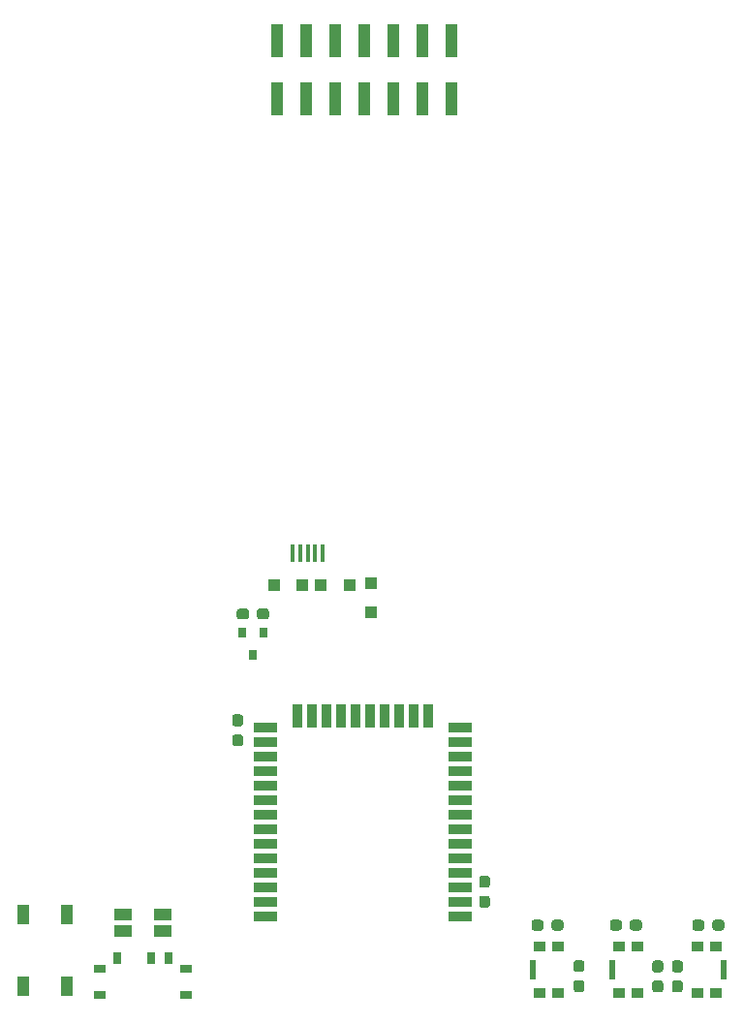
<source format=gbr>
%TF.GenerationSoftware,KiCad,Pcbnew,(5.1.6)-1*%
%TF.CreationDate,2022-10-11T16:22:54+02:00*%
%TF.ProjectId,ZumoComSystem,5a756d6f-436f-46d5-9379-7374656d2e6b,V1.2*%
%TF.SameCoordinates,Original*%
%TF.FileFunction,Paste,Top*%
%TF.FilePolarity,Positive*%
%FSLAX46Y46*%
G04 Gerber Fmt 4.6, Leading zero omitted, Abs format (unit mm)*
G04 Created by KiCad (PCBNEW (5.1.6)-1) date 2022-10-11 16:22:54*
%MOMM*%
%LPD*%
G01*
G04 APERTURE LIST*
%ADD10R,0.700000X1.100000*%
%ADD11R,1.000000X0.800000*%
%ADD12R,1.500000X1.000000*%
%ADD13R,1.000000X0.900000*%
%ADD14R,0.550000X1.700000*%
%ADD15R,2.000000X0.900000*%
%ADD16R,0.900000X2.000000*%
%ADD17R,0.450000X1.500000*%
%ADD18R,1.000000X1.700000*%
%ADD19R,1.000000X1.000000*%
%ADD20R,1.000000X3.000000*%
%ADD21R,0.800000X0.900000*%
G04 APERTURE END LIST*
D10*
%TO.C,SW1*%
X125425000Y-140600000D03*
X128425000Y-140600000D03*
X129925000Y-140600000D03*
D11*
X123925000Y-141500000D03*
X123925000Y-143800000D03*
X131425000Y-141500000D03*
X131425000Y-143800000D03*
%TD*%
D12*
%TO.C,D11*%
X129425000Y-138200000D03*
X129425000Y-136800000D03*
X125925000Y-138200000D03*
X125925000Y-136800000D03*
%TD*%
D13*
%TO.C,SW5*%
X177800000Y-139550000D03*
X176200000Y-139550000D03*
X176200000Y-143650000D03*
X177800000Y-143650000D03*
D14*
X178425000Y-141600000D03*
%TD*%
D13*
%TO.C,SW4*%
X169300000Y-143650000D03*
X170900000Y-143650000D03*
X170900000Y-139550000D03*
X169300000Y-139550000D03*
D14*
X168675000Y-141600000D03*
%TD*%
%TO.C,SW3*%
X161775000Y-141600000D03*
D13*
X162400000Y-139550000D03*
X164000000Y-139550000D03*
X164000000Y-143650000D03*
X162400000Y-143650000D03*
%TD*%
D15*
%TO.C,U6*%
X138425000Y-136905000D03*
X138425000Y-135635000D03*
X138425000Y-134365000D03*
X138425000Y-133095000D03*
X138425000Y-131825000D03*
X138425000Y-130555000D03*
X138425000Y-129285000D03*
X138425000Y-128015000D03*
X138425000Y-126745000D03*
X138425000Y-125475000D03*
X138425000Y-124205000D03*
X138425000Y-122935000D03*
X138425000Y-121665000D03*
X138425000Y-120395000D03*
D16*
X141210000Y-119395000D03*
X142480000Y-119395000D03*
X143750000Y-119395000D03*
X145020000Y-119395000D03*
X146290000Y-119395000D03*
X147560000Y-119395000D03*
X148830000Y-119395000D03*
X150100000Y-119395000D03*
X151370000Y-119395000D03*
X152640000Y-119395000D03*
D15*
X155425000Y-120395000D03*
X155425000Y-121665000D03*
X155425000Y-122935000D03*
X155425000Y-124205000D03*
X155425000Y-125475000D03*
X155425000Y-126745000D03*
X155425000Y-128015000D03*
X155425000Y-129285000D03*
X155425000Y-130555000D03*
X155425000Y-131825000D03*
X155425000Y-133095000D03*
X155425000Y-134365000D03*
X155425000Y-135635000D03*
X155425000Y-136905000D03*
%TD*%
D17*
%TO.C,J3*%
X143400000Y-105175000D03*
X140800000Y-105175000D03*
X142750000Y-105175000D03*
X141450000Y-105175000D03*
X142100000Y-105175000D03*
%TD*%
%TO.C,D10*%
G36*
G01*
X178500000Y-137462500D02*
X178500000Y-137937500D01*
G75*
G02*
X178262500Y-138175000I-237500J0D01*
G01*
X177687500Y-138175000D01*
G75*
G02*
X177450000Y-137937500I0J237500D01*
G01*
X177450000Y-137462500D01*
G75*
G02*
X177687500Y-137225000I237500J0D01*
G01*
X178262500Y-137225000D01*
G75*
G02*
X178500000Y-137462500I0J-237500D01*
G01*
G37*
G36*
G01*
X176750000Y-137462500D02*
X176750000Y-137937500D01*
G75*
G02*
X176512500Y-138175000I-237500J0D01*
G01*
X175937500Y-138175000D01*
G75*
G02*
X175700000Y-137937500I0J237500D01*
G01*
X175700000Y-137462500D01*
G75*
G02*
X175937500Y-137225000I237500J0D01*
G01*
X176512500Y-137225000D01*
G75*
G02*
X176750000Y-137462500I0J-237500D01*
G01*
G37*
%TD*%
%TO.C,D8*%
G36*
G01*
X162700000Y-137462500D02*
X162700000Y-137937500D01*
G75*
G02*
X162462500Y-138175000I-237500J0D01*
G01*
X161887500Y-138175000D01*
G75*
G02*
X161650000Y-137937500I0J237500D01*
G01*
X161650000Y-137462500D01*
G75*
G02*
X161887500Y-137225000I237500J0D01*
G01*
X162462500Y-137225000D01*
G75*
G02*
X162700000Y-137462500I0J-237500D01*
G01*
G37*
G36*
G01*
X164450000Y-137462500D02*
X164450000Y-137937500D01*
G75*
G02*
X164212500Y-138175000I-237500J0D01*
G01*
X163637500Y-138175000D01*
G75*
G02*
X163400000Y-137937500I0J237500D01*
G01*
X163400000Y-137462500D01*
G75*
G02*
X163637500Y-137225000I237500J0D01*
G01*
X164212500Y-137225000D01*
G75*
G02*
X164450000Y-137462500I0J-237500D01*
G01*
G37*
%TD*%
%TO.C,D9*%
G36*
G01*
X171300000Y-137462500D02*
X171300000Y-137937500D01*
G75*
G02*
X171062500Y-138175000I-237500J0D01*
G01*
X170487500Y-138175000D01*
G75*
G02*
X170250000Y-137937500I0J237500D01*
G01*
X170250000Y-137462500D01*
G75*
G02*
X170487500Y-137225000I237500J0D01*
G01*
X171062500Y-137225000D01*
G75*
G02*
X171300000Y-137462500I0J-237500D01*
G01*
G37*
G36*
G01*
X169550000Y-137462500D02*
X169550000Y-137937500D01*
G75*
G02*
X169312500Y-138175000I-237500J0D01*
G01*
X168737500Y-138175000D01*
G75*
G02*
X168500000Y-137937500I0J237500D01*
G01*
X168500000Y-137462500D01*
G75*
G02*
X168737500Y-137225000I237500J0D01*
G01*
X169312500Y-137225000D01*
G75*
G02*
X169550000Y-137462500I0J-237500D01*
G01*
G37*
%TD*%
D18*
%TO.C,SW2*%
X121050000Y-136725000D03*
X121050000Y-143025000D03*
X117250000Y-136725000D03*
X117250000Y-143025000D03*
%TD*%
%TO.C,R15*%
G36*
G01*
X157787500Y-136175000D02*
X157312500Y-136175000D01*
G75*
G02*
X157075000Y-135937500I0J237500D01*
G01*
X157075000Y-135362500D01*
G75*
G02*
X157312500Y-135125000I237500J0D01*
G01*
X157787500Y-135125000D01*
G75*
G02*
X158025000Y-135362500I0J-237500D01*
G01*
X158025000Y-135937500D01*
G75*
G02*
X157787500Y-136175000I-237500J0D01*
G01*
G37*
G36*
G01*
X157787500Y-134425000D02*
X157312500Y-134425000D01*
G75*
G02*
X157075000Y-134187500I0J237500D01*
G01*
X157075000Y-133612500D01*
G75*
G02*
X157312500Y-133375000I237500J0D01*
G01*
X157787500Y-133375000D01*
G75*
G02*
X158025000Y-133612500I0J-237500D01*
G01*
X158025000Y-134187500D01*
G75*
G02*
X157787500Y-134425000I-237500J0D01*
G01*
G37*
%TD*%
%TO.C,R17*%
G36*
G01*
X135737500Y-119275000D02*
X136212500Y-119275000D01*
G75*
G02*
X136450000Y-119512500I0J-237500D01*
G01*
X136450000Y-120087500D01*
G75*
G02*
X136212500Y-120325000I-237500J0D01*
G01*
X135737500Y-120325000D01*
G75*
G02*
X135500000Y-120087500I0J237500D01*
G01*
X135500000Y-119512500D01*
G75*
G02*
X135737500Y-119275000I237500J0D01*
G01*
G37*
G36*
G01*
X135737500Y-121025000D02*
X136212500Y-121025000D01*
G75*
G02*
X136450000Y-121262500I0J-237500D01*
G01*
X136450000Y-121837500D01*
G75*
G02*
X136212500Y-122075000I-237500J0D01*
G01*
X135737500Y-122075000D01*
G75*
G02*
X135500000Y-121837500I0J237500D01*
G01*
X135500000Y-121262500D01*
G75*
G02*
X135737500Y-121025000I237500J0D01*
G01*
G37*
%TD*%
D19*
%TO.C,D4*%
X147600000Y-107850000D03*
X147600000Y-110350000D03*
%TD*%
D20*
%TO.C,J7*%
X154620000Y-65470000D03*
X154620000Y-60430000D03*
X152080000Y-65470000D03*
X152080000Y-60430000D03*
X149540000Y-65470000D03*
X149540000Y-60430000D03*
X147000000Y-65470000D03*
X147000000Y-60430000D03*
X144460000Y-65470000D03*
X144460000Y-60430000D03*
X141920000Y-65470000D03*
X141920000Y-60430000D03*
X139380000Y-65470000D03*
X139380000Y-60430000D03*
%TD*%
D19*
%TO.C,D5*%
X141650000Y-108000000D03*
X139150000Y-108000000D03*
%TD*%
%TO.C,D6*%
X143250000Y-108000000D03*
X145750000Y-108000000D03*
%TD*%
%TO.C,R12*%
G36*
G01*
X136950000Y-110262500D02*
X136950000Y-110737500D01*
G75*
G02*
X136712500Y-110975000I-237500J0D01*
G01*
X136137500Y-110975000D01*
G75*
G02*
X135900000Y-110737500I0J237500D01*
G01*
X135900000Y-110262500D01*
G75*
G02*
X136137500Y-110025000I237500J0D01*
G01*
X136712500Y-110025000D01*
G75*
G02*
X136950000Y-110262500I0J-237500D01*
G01*
G37*
G36*
G01*
X138700000Y-110262500D02*
X138700000Y-110737500D01*
G75*
G02*
X138462500Y-110975000I-237500J0D01*
G01*
X137887500Y-110975000D01*
G75*
G02*
X137650000Y-110737500I0J237500D01*
G01*
X137650000Y-110262500D01*
G75*
G02*
X137887500Y-110025000I237500J0D01*
G01*
X138462500Y-110025000D01*
G75*
G02*
X138700000Y-110262500I0J-237500D01*
G01*
G37*
%TD*%
D21*
%TO.C,Q5*%
X137300000Y-114100000D03*
X136350000Y-112100000D03*
X138250000Y-112100000D03*
%TD*%
%TO.C,C16*%
G36*
G01*
X165562500Y-140750000D02*
X166037500Y-140750000D01*
G75*
G02*
X166275000Y-140987500I0J-237500D01*
G01*
X166275000Y-141562500D01*
G75*
G02*
X166037500Y-141800000I-237500J0D01*
G01*
X165562500Y-141800000D01*
G75*
G02*
X165325000Y-141562500I0J237500D01*
G01*
X165325000Y-140987500D01*
G75*
G02*
X165562500Y-140750000I237500J0D01*
G01*
G37*
G36*
G01*
X165562500Y-142500000D02*
X166037500Y-142500000D01*
G75*
G02*
X166275000Y-142737500I0J-237500D01*
G01*
X166275000Y-143312500D01*
G75*
G02*
X166037500Y-143550000I-237500J0D01*
G01*
X165562500Y-143550000D01*
G75*
G02*
X165325000Y-143312500I0J237500D01*
G01*
X165325000Y-142737500D01*
G75*
G02*
X165562500Y-142500000I237500J0D01*
G01*
G37*
%TD*%
%TO.C,C17*%
G36*
G01*
X172442500Y-140780000D02*
X172917500Y-140780000D01*
G75*
G02*
X173155000Y-141017500I0J-237500D01*
G01*
X173155000Y-141592500D01*
G75*
G02*
X172917500Y-141830000I-237500J0D01*
G01*
X172442500Y-141830000D01*
G75*
G02*
X172205000Y-141592500I0J237500D01*
G01*
X172205000Y-141017500D01*
G75*
G02*
X172442500Y-140780000I237500J0D01*
G01*
G37*
G36*
G01*
X172442500Y-142530000D02*
X172917500Y-142530000D01*
G75*
G02*
X173155000Y-142767500I0J-237500D01*
G01*
X173155000Y-143342500D01*
G75*
G02*
X172917500Y-143580000I-237500J0D01*
G01*
X172442500Y-143580000D01*
G75*
G02*
X172205000Y-143342500I0J237500D01*
G01*
X172205000Y-142767500D01*
G75*
G02*
X172442500Y-142530000I237500J0D01*
G01*
G37*
%TD*%
%TO.C,C18*%
G36*
G01*
X174162500Y-140770000D02*
X174637500Y-140770000D01*
G75*
G02*
X174875000Y-141007500I0J-237500D01*
G01*
X174875000Y-141582500D01*
G75*
G02*
X174637500Y-141820000I-237500J0D01*
G01*
X174162500Y-141820000D01*
G75*
G02*
X173925000Y-141582500I0J237500D01*
G01*
X173925000Y-141007500D01*
G75*
G02*
X174162500Y-140770000I237500J0D01*
G01*
G37*
G36*
G01*
X174162500Y-142520000D02*
X174637500Y-142520000D01*
G75*
G02*
X174875000Y-142757500I0J-237500D01*
G01*
X174875000Y-143332500D01*
G75*
G02*
X174637500Y-143570000I-237500J0D01*
G01*
X174162500Y-143570000D01*
G75*
G02*
X173925000Y-143332500I0J237500D01*
G01*
X173925000Y-142757500D01*
G75*
G02*
X174162500Y-142520000I237500J0D01*
G01*
G37*
%TD*%
M02*

</source>
